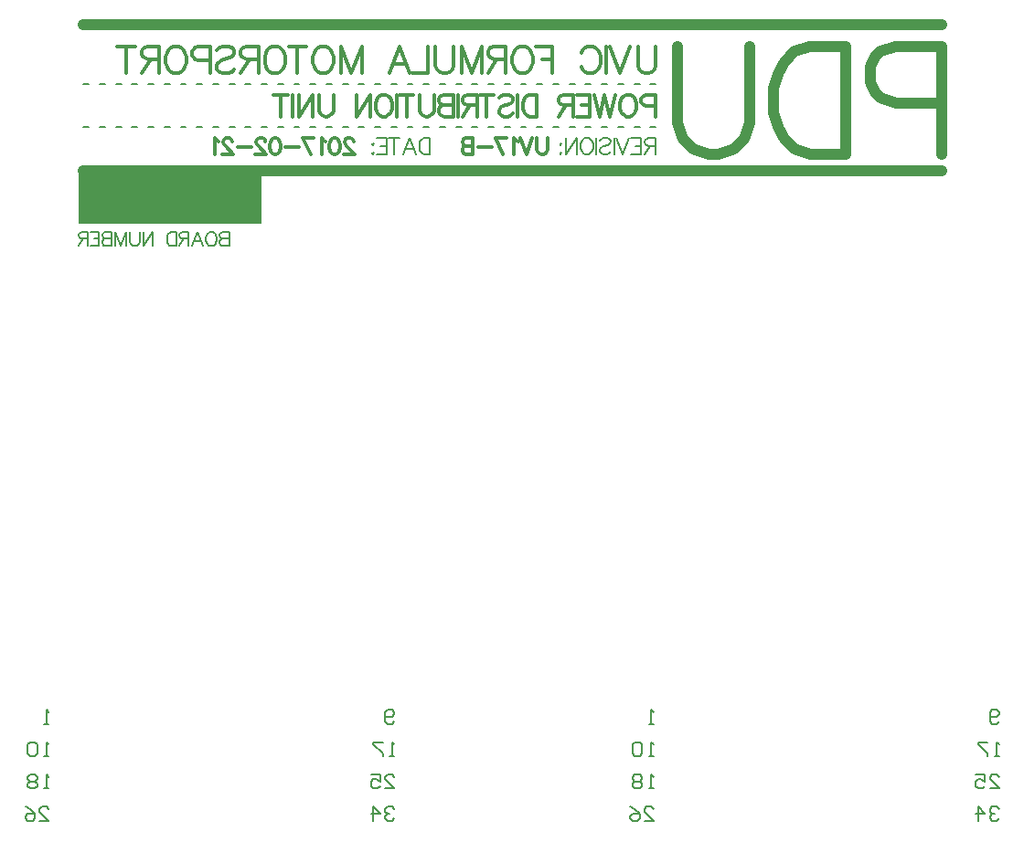
<source format=gbo>
G04 Layer_Color=32896*
%FSLAX25Y25*%
%MOIN*%
G70*
G01*
G75*
%ADD47C,0.00787*%
%ADD51C,0.01181*%
%ADD52C,0.03937*%
%ADD126R,0.66929X0.19685*%
D47*
X305906Y296457D02*
X307874D01*
X300000D02*
X301969D01*
X288189D02*
X290158D01*
X294094D02*
X296063D01*
X300000D02*
X301969D01*
X294094D02*
X296063D01*
X305906D02*
X307874D01*
X276378D02*
X278346D01*
X270472D02*
X272441D01*
X282283D02*
X284252D01*
X258661D02*
X260630D01*
X252756D02*
X254724D01*
X264567D02*
X266535D01*
X211417D02*
X213386D01*
X199606D02*
X201575D01*
X205512D02*
X207480D01*
X229134D02*
X231102D01*
X217323D02*
X219291D01*
X223228D02*
X225197D01*
X240945D02*
X242913D01*
X235039D02*
X237008D01*
X246850D02*
X248819D01*
X158268D02*
X160236D01*
X146457D02*
X148425D01*
X152362D02*
X154331D01*
X175984D02*
X177953D01*
X164173D02*
X166142D01*
X170079D02*
X172047D01*
X187795D02*
X189764D01*
X181890D02*
X183858D01*
X193701D02*
X195669D01*
X105118D02*
X107087D01*
X99213D02*
X101181D01*
X122835D02*
X124803D01*
X111024D02*
X112992D01*
X116929D02*
X118898D01*
X134646D02*
X136614D01*
X128740D02*
X130709D01*
X140551D02*
X142520D01*
X140551Y312205D02*
X142520D01*
X128740D02*
X130709D01*
X134646D02*
X136614D01*
X116929D02*
X118898D01*
X111024D02*
X112992D01*
X122835D02*
X124803D01*
X99213D02*
X101181D01*
X105118D02*
X107087D01*
X193701D02*
X195669D01*
X181890D02*
X183858D01*
X187795D02*
X189764D01*
X170079D02*
X172047D01*
X164173D02*
X166142D01*
X175984D02*
X177953D01*
X152362D02*
X154331D01*
X146457D02*
X148425D01*
X158268D02*
X160236D01*
X246850D02*
X248819D01*
X235039D02*
X237008D01*
X240945D02*
X242913D01*
X223228D02*
X225197D01*
X217323D02*
X219291D01*
X229134D02*
X231102D01*
X205512D02*
X207480D01*
X199606D02*
X201575D01*
X211417D02*
X213386D01*
X264567D02*
X266535D01*
X252756D02*
X254724D01*
X258661D02*
X260630D01*
X282283D02*
X284252D01*
X270472D02*
X272441D01*
X276378D02*
X278346D01*
X305906D02*
X307874D01*
X294094D02*
X296063D01*
X300000D02*
X301969D01*
X294094D02*
X296063D01*
X288189D02*
X290158D01*
X300000D02*
X301969D01*
X305906D02*
X307874D01*
X433071Y79593D02*
X432218Y78740D01*
X430513D01*
X429660Y79593D01*
Y83004D01*
X430513Y83857D01*
X432218D01*
X433071Y83004D01*
Y82151D01*
X432218Y81298D01*
X429660D01*
X433071Y66929D02*
X431365D01*
X432218D01*
Y72046D01*
X433071Y71193D01*
X428807Y72046D02*
X425396D01*
Y71193D01*
X428807Y67782D01*
Y66929D01*
X429660Y55118D02*
X433071D01*
X429660Y58529D01*
Y59382D01*
X430513Y60235D01*
X432218D01*
X433071Y59382D01*
X424543Y60235D02*
X427954D01*
Y57676D01*
X426249Y58529D01*
X425396D01*
X424543Y57676D01*
Y55971D01*
X425396Y55118D01*
X427102D01*
X427954Y55971D01*
X433071Y47571D02*
X432218Y48424D01*
X430513D01*
X429660Y47571D01*
Y46718D01*
X430513Y45865D01*
X431365D01*
X430513D01*
X429660Y45013D01*
Y44160D01*
X430513Y43307D01*
X432218D01*
X433071Y44160D01*
X425396Y43307D02*
Y48424D01*
X427954Y45865D01*
X424543D01*
X303676Y43307D02*
X307087D01*
X303676Y46718D01*
Y47571D01*
X304528Y48424D01*
X306234D01*
X307087Y47571D01*
X298559Y48424D02*
X300265Y47571D01*
X301970Y45865D01*
Y44160D01*
X301117Y43307D01*
X299412D01*
X298559Y44160D01*
Y45013D01*
X299412Y45865D01*
X301970D01*
X307087Y55118D02*
X305381D01*
X306234D01*
Y60235D01*
X307087Y59382D01*
X302823D02*
X301970Y60235D01*
X300265D01*
X299412Y59382D01*
Y58529D01*
X300265Y57676D01*
X299412Y56824D01*
Y55971D01*
X300265Y55118D01*
X301970D01*
X302823Y55971D01*
Y56824D01*
X301970Y57676D01*
X302823Y58529D01*
Y59382D01*
X301970Y57676D02*
X300265D01*
X307087Y66929D02*
X305381D01*
X306234D01*
Y72046D01*
X307087Y71193D01*
X302823D02*
X301970Y72046D01*
X300265D01*
X299412Y71193D01*
Y67782D01*
X300265Y66929D01*
X301970D01*
X302823Y67782D01*
Y71193D01*
X307087Y78740D02*
X305381D01*
X306234D01*
Y83857D01*
X307087Y83004D01*
X86614Y78740D02*
X84909D01*
X85761D01*
Y83857D01*
X86614Y83004D01*
Y66929D02*
X84909D01*
X85761D01*
Y72046D01*
X86614Y71193D01*
X82350D02*
X81498Y72046D01*
X79792D01*
X78940Y71193D01*
Y67782D01*
X79792Y66929D01*
X81498D01*
X82350Y67782D01*
Y71193D01*
X86614Y55118D02*
X84909D01*
X85761D01*
Y60235D01*
X86614Y59382D01*
X82350D02*
X81498Y60235D01*
X79792D01*
X78940Y59382D01*
Y58529D01*
X79792Y57676D01*
X78940Y56824D01*
Y55971D01*
X79792Y55118D01*
X81498D01*
X82350Y55971D01*
Y56824D01*
X81498Y57676D01*
X82350Y58529D01*
Y59382D01*
X81498Y57676D02*
X79792D01*
X83203Y43307D02*
X86614D01*
X83203Y46718D01*
Y47571D01*
X84056Y48424D01*
X85761D01*
X86614Y47571D01*
X78087Y48424D02*
X79792Y47571D01*
X81498Y45865D01*
Y44160D01*
X80645Y43307D01*
X78939D01*
X78087Y44160D01*
Y45013D01*
X78939Y45865D01*
X81498D01*
X212598Y47571D02*
X211746Y48424D01*
X210040D01*
X209188Y47571D01*
Y46718D01*
X210040Y45865D01*
X210893D01*
X210040D01*
X209188Y45013D01*
Y44160D01*
X210040Y43307D01*
X211746D01*
X212598Y44160D01*
X204924Y43307D02*
Y48424D01*
X207482Y45865D01*
X204071D01*
X209188Y55118D02*
X212598D01*
X209188Y58529D01*
Y59382D01*
X210040Y60235D01*
X211746D01*
X212598Y59382D01*
X204071Y60235D02*
X207482D01*
Y57676D01*
X205777Y58529D01*
X204924D01*
X204071Y57676D01*
Y55971D01*
X204924Y55118D01*
X206629D01*
X207482Y55971D01*
X212598Y66929D02*
X210893D01*
X211746D01*
Y72046D01*
X212598Y71193D01*
X208335Y72046D02*
X204924D01*
Y71193D01*
X208335Y67782D01*
Y66929D01*
X212598Y79593D02*
X211746Y78740D01*
X210040D01*
X209188Y79593D01*
Y83004D01*
X210040Y83857D01*
X211746D01*
X212598Y83004D01*
Y82151D01*
X211746Y81298D01*
X209188D01*
X152362Y258267D02*
Y253150D01*
Y258267D02*
X150169D01*
X149438Y258023D01*
X149195Y257779D01*
X148951Y257292D01*
Y256805D01*
X149195Y256317D01*
X149438Y256074D01*
X150169Y255830D01*
X152362D02*
X150169D01*
X149438Y255586D01*
X149195Y255343D01*
X148951Y254855D01*
Y254124D01*
X149195Y253637D01*
X149438Y253393D01*
X150169Y253150D01*
X152362D01*
X146344Y258267D02*
X146831Y258023D01*
X147318Y257536D01*
X147562Y257048D01*
X147806Y256317D01*
Y255099D01*
X147562Y254368D01*
X147318Y253881D01*
X146831Y253393D01*
X146344Y253150D01*
X145369D01*
X144882Y253393D01*
X144394Y253881D01*
X144151Y254368D01*
X143907Y255099D01*
Y256317D01*
X144151Y257048D01*
X144394Y257536D01*
X144882Y258023D01*
X145369Y258267D01*
X146344D01*
X138814Y253150D02*
X140764Y258267D01*
X142713Y253150D01*
X141982Y254855D02*
X139545D01*
X137620Y258267D02*
Y253150D01*
Y258267D02*
X135427D01*
X134696Y258023D01*
X134453Y257779D01*
X134209Y257292D01*
Y256805D01*
X134453Y256317D01*
X134696Y256074D01*
X135427Y255830D01*
X137620D01*
X135915D02*
X134209Y253150D01*
X133064Y258267D02*
Y253150D01*
Y258267D02*
X131358D01*
X130627Y258023D01*
X130140Y257536D01*
X129896Y257048D01*
X129652Y256317D01*
Y255099D01*
X129896Y254368D01*
X130140Y253881D01*
X130627Y253393D01*
X131358Y253150D01*
X133064D01*
X124487Y258267D02*
Y253150D01*
Y258267D02*
X121075Y253150D01*
Y258267D02*
Y253150D01*
X119662Y258267D02*
Y254612D01*
X119418Y253881D01*
X118931Y253393D01*
X118200Y253150D01*
X117713D01*
X116982Y253393D01*
X116494Y253881D01*
X116251Y254612D01*
Y258267D01*
X114837D02*
Y253150D01*
Y258267D02*
X112888Y253150D01*
X110939Y258267D02*
X112888Y253150D01*
X110939Y258267D02*
Y253150D01*
X109477Y258267D02*
Y253150D01*
Y258267D02*
X107284D01*
X106553Y258023D01*
X106309Y257779D01*
X106065Y257292D01*
Y256805D01*
X106309Y256317D01*
X106553Y256074D01*
X107284Y255830D01*
X109477D02*
X107284D01*
X106553Y255586D01*
X106309Y255343D01*
X106065Y254855D01*
Y254124D01*
X106309Y253637D01*
X106553Y253393D01*
X107284Y253150D01*
X109477D01*
X101752Y258267D02*
X104920D01*
Y253150D01*
X101752D01*
X104920Y255830D02*
X102971D01*
X100900Y258267D02*
Y253150D01*
Y258267D02*
X98707D01*
X97976Y258023D01*
X97732Y257779D01*
X97488Y257292D01*
Y256805D01*
X97732Y256317D01*
X97976Y256074D01*
X98707Y255830D01*
X100900D01*
X99194D02*
X97488Y253150D01*
X225590Y292518D02*
Y286614D01*
Y292518D02*
X223622D01*
X222779Y292237D01*
X222217Y291675D01*
X221936Y291113D01*
X221654Y290269D01*
Y288863D01*
X221936Y288020D01*
X222217Y287458D01*
X222779Y286895D01*
X223622Y286614D01*
X225590D01*
X215834D02*
X218084Y292518D01*
X220333Y286614D01*
X219490Y288582D02*
X216678D01*
X212489Y292518D02*
Y286614D01*
X214457Y292518D02*
X210521D01*
X206163D02*
X209818D01*
Y286614D01*
X206163D01*
X209818Y289707D02*
X207569D01*
X204898Y290550D02*
X205179Y290269D01*
X204898Y289988D01*
X204616Y290269D01*
X204898Y290550D01*
Y287176D02*
X205179Y286895D01*
X204898Y286614D01*
X204616Y286895D01*
X204898Y287176D01*
X307874Y292518D02*
Y286614D01*
Y292518D02*
X305344D01*
X304500Y292237D01*
X304219Y291956D01*
X303938Y291394D01*
Y290831D01*
X304219Y290269D01*
X304500Y289988D01*
X305344Y289707D01*
X307874D01*
X305906D02*
X303938Y286614D01*
X298961Y292518D02*
X302616D01*
Y286614D01*
X298961D01*
X302616Y289707D02*
X300367D01*
X297977Y292518D02*
X295728Y286614D01*
X293479Y292518D02*
X295728Y286614D01*
X292720Y292518D02*
Y286614D01*
X287546Y291675D02*
X288109Y292237D01*
X288952Y292518D01*
X290077D01*
X290920Y292237D01*
X291483Y291675D01*
Y291113D01*
X291202Y290550D01*
X290920Y290269D01*
X290358Y289988D01*
X288671Y289426D01*
X288109Y289145D01*
X287828Y288863D01*
X287546Y288301D01*
Y287458D01*
X288109Y286895D01*
X288952Y286614D01*
X290077D01*
X290920Y286895D01*
X291483Y287458D01*
X286225Y292518D02*
Y286614D01*
X283301Y292518D02*
X283863Y292237D01*
X284426Y291675D01*
X284707Y291113D01*
X284988Y290269D01*
Y288863D01*
X284707Y288020D01*
X284426Y287458D01*
X283863Y286895D01*
X283301Y286614D01*
X282176D01*
X281614Y286895D01*
X281052Y287458D01*
X280771Y288020D01*
X280490Y288863D01*
Y290269D01*
X280771Y291113D01*
X281052Y291675D01*
X281614Y292237D01*
X282176Y292518D01*
X283301D01*
X279112D02*
Y286614D01*
Y292518D02*
X275176Y286614D01*
Y292518D02*
Y286614D01*
X273264Y290550D02*
X273545Y290269D01*
X273264Y289988D01*
X272983Y290269D01*
X273264Y290550D01*
Y287176D02*
X273545Y286895D01*
X273264Y286614D01*
X272983Y286895D01*
X273264Y287176D01*
D51*
X197750Y291113D02*
Y291394D01*
X197469Y291956D01*
X197188Y292237D01*
X196626Y292518D01*
X195501D01*
X194939Y292237D01*
X194658Y291956D01*
X194377Y291394D01*
Y290831D01*
X194658Y290269D01*
X195220Y289426D01*
X198031Y286614D01*
X194095D01*
X191087Y292518D02*
X191930Y292237D01*
X192493Y291394D01*
X192774Y289988D01*
Y289145D01*
X192493Y287739D01*
X191930Y286895D01*
X191087Y286614D01*
X190525D01*
X189681Y286895D01*
X189119Y287739D01*
X188838Y289145D01*
Y289988D01*
X189119Y291394D01*
X189681Y292237D01*
X190525Y292518D01*
X191087D01*
X187516Y291394D02*
X186954Y291675D01*
X186110Y292518D01*
Y286614D01*
X179250Y292518D02*
X182062Y286614D01*
X183186Y292518D02*
X179250D01*
X177929Y289145D02*
X172868D01*
X169438Y292518D02*
X170282Y292237D01*
X170844Y291394D01*
X171125Y289988D01*
Y289145D01*
X170844Y287739D01*
X170282Y286895D01*
X169438Y286614D01*
X168876D01*
X168032Y286895D01*
X167470Y287739D01*
X167189Y289145D01*
Y289988D01*
X167470Y291394D01*
X168032Y292237D01*
X168876Y292518D01*
X169438D01*
X165586Y291113D02*
Y291394D01*
X165305Y291956D01*
X165024Y292237D01*
X164462Y292518D01*
X163337D01*
X162775Y292237D01*
X162494Y291956D01*
X162212Y291394D01*
Y290831D01*
X162494Y290269D01*
X163056Y289426D01*
X165867Y286614D01*
X161931D01*
X160610Y289145D02*
X155549D01*
X153525Y291113D02*
Y291394D01*
X153244Y291956D01*
X152962Y292237D01*
X152400Y292518D01*
X151276D01*
X150713Y292237D01*
X150432Y291956D01*
X150151Y291394D01*
Y290831D01*
X150432Y290269D01*
X150994Y289426D01*
X153806Y286614D01*
X149870D01*
X148548Y291394D02*
X147986Y291675D01*
X147143Y292518D01*
Y286614D01*
X268504Y292518D02*
Y288301D01*
X268223Y287458D01*
X267660Y286895D01*
X266817Y286614D01*
X266255D01*
X265411Y286895D01*
X264849Y287458D01*
X264568Y288301D01*
Y292518D01*
X262937D02*
X260688Y286614D01*
X258439Y292518D02*
X260688Y286614D01*
X257680Y291394D02*
X257117Y291675D01*
X256274Y292518D01*
Y286614D01*
X249413Y292518D02*
X252225Y286614D01*
X253350Y292518D02*
X249413D01*
X248092Y289145D02*
X243031D01*
X241288Y292518D02*
Y286614D01*
Y292518D02*
X238758D01*
X237914Y292237D01*
X237633Y291956D01*
X237352Y291394D01*
Y290831D01*
X237633Y290269D01*
X237914Y289988D01*
X238758Y289707D01*
X241288D02*
X238758D01*
X237914Y289426D01*
X237633Y289145D01*
X237352Y288582D01*
Y287739D01*
X237633Y287176D01*
X237914Y286895D01*
X238758Y286614D01*
X241288D01*
X307874Y304142D02*
X304500D01*
X303376Y304517D01*
X303001Y304892D01*
X302626Y305642D01*
Y306767D01*
X303001Y307516D01*
X303376Y307891D01*
X304500Y308266D01*
X307874D01*
Y300394D01*
X298615Y308266D02*
X299364Y307891D01*
X300114Y307141D01*
X300489Y306392D01*
X300864Y305267D01*
Y303393D01*
X300489Y302268D01*
X300114Y301518D01*
X299364Y300769D01*
X298615Y300394D01*
X297115D01*
X296365Y300769D01*
X295616Y301518D01*
X295241Y302268D01*
X294866Y303393D01*
Y305267D01*
X295241Y306392D01*
X295616Y307141D01*
X296365Y307891D01*
X297115Y308266D01*
X298615D01*
X293029D02*
X291155Y300394D01*
X289280Y308266D02*
X291155Y300394D01*
X289280Y308266D02*
X287406Y300394D01*
X285532Y308266D02*
X287406Y300394D01*
X279084Y308266D02*
X283957D01*
Y300394D01*
X279084D01*
X283957Y304517D02*
X280958D01*
X277772Y308266D02*
Y300394D01*
Y308266D02*
X274398D01*
X273273Y307891D01*
X272898Y307516D01*
X272523Y306767D01*
Y306017D01*
X272898Y305267D01*
X273273Y304892D01*
X274398Y304517D01*
X277772D01*
X275148D02*
X272523Y300394D01*
X264576Y308266D02*
Y300394D01*
Y308266D02*
X261952D01*
X260827Y307891D01*
X260078Y307141D01*
X259703Y306392D01*
X259328Y305267D01*
Y303393D01*
X259703Y302268D01*
X260078Y301518D01*
X260827Y300769D01*
X261952Y300394D01*
X264576D01*
X257566Y308266D02*
Y300394D01*
X250668Y307141D02*
X251418Y307891D01*
X252543Y308266D01*
X254042D01*
X255167Y307891D01*
X255917Y307141D01*
Y306392D01*
X255542Y305642D01*
X255167Y305267D01*
X254417Y304892D01*
X252168Y304142D01*
X251418Y303768D01*
X251043Y303393D01*
X250668Y302643D01*
Y301518D01*
X251418Y300769D01*
X252543Y300394D01*
X254042D01*
X255167Y300769D01*
X255917Y301518D01*
X246282Y308266D02*
Y300394D01*
X248906Y308266D02*
X243658D01*
X242721D02*
Y300394D01*
Y308266D02*
X239347D01*
X238223Y307891D01*
X237848Y307516D01*
X237473Y306767D01*
Y306017D01*
X237848Y305267D01*
X238223Y304892D01*
X239347Y304517D01*
X242721D01*
X240097D02*
X237473Y300394D01*
X235711Y308266D02*
Y300394D01*
X234062Y308266D02*
Y300394D01*
Y308266D02*
X230688D01*
X229563Y307891D01*
X229188Y307516D01*
X228813Y306767D01*
Y306017D01*
X229188Y305267D01*
X229563Y304892D01*
X230688Y304517D01*
X234062D02*
X230688D01*
X229563Y304142D01*
X229188Y303768D01*
X228813Y303018D01*
Y301893D01*
X229188Y301144D01*
X229563Y300769D01*
X230688Y300394D01*
X234062D01*
X227051Y308266D02*
Y302643D01*
X226677Y301518D01*
X225927Y300769D01*
X224802Y300394D01*
X224052D01*
X222928Y300769D01*
X222178Y301518D01*
X221803Y302643D01*
Y308266D01*
X217005D02*
Y300394D01*
X219629Y308266D02*
X214381D01*
X213443D02*
Y300394D01*
X209545Y308266D02*
X210295Y307891D01*
X211044Y307141D01*
X211419Y306392D01*
X211794Y305267D01*
Y303393D01*
X211419Y302268D01*
X211044Y301518D01*
X210295Y300769D01*
X209545Y300394D01*
X208045D01*
X207296Y300769D01*
X206546Y301518D01*
X206171Y302268D01*
X205796Y303393D01*
Y305267D01*
X206171Y306392D01*
X206546Y307141D01*
X207296Y307891D01*
X208045Y308266D01*
X209545D01*
X203959D02*
Y300394D01*
Y308266D02*
X198711Y300394D01*
Y308266D02*
Y300394D01*
X190351Y308266D02*
Y302643D01*
X189976Y301518D01*
X189227Y300769D01*
X188102Y300394D01*
X187352D01*
X186228Y300769D01*
X185478Y301518D01*
X185103Y302643D01*
Y308266D01*
X182929D02*
Y300394D01*
Y308266D02*
X177681Y300394D01*
Y308266D02*
Y300394D01*
X175506Y308266D02*
Y300394D01*
X171233Y308266D02*
Y300394D01*
X173857Y308266D02*
X168609D01*
X307874Y325982D02*
Y318953D01*
X307405Y317547D01*
X306468Y316610D01*
X305063Y316142D01*
X304125D01*
X302719Y316610D01*
X301782Y317547D01*
X301314Y318953D01*
Y325982D01*
X298596D02*
X294847Y316142D01*
X291098Y325982D02*
X294847Y316142D01*
X289833Y325982D02*
Y316142D01*
X280743Y323639D02*
X281211Y324576D01*
X282148Y325514D01*
X283086Y325982D01*
X284960D01*
X285897Y325514D01*
X286834Y324576D01*
X287303Y323639D01*
X287772Y322233D01*
Y319890D01*
X287303Y318485D01*
X286834Y317547D01*
X285897Y316610D01*
X284960Y316142D01*
X283086D01*
X282148Y316610D01*
X281211Y317547D01*
X280743Y318485D01*
X270246Y325982D02*
Y316142D01*
Y325982D02*
X264155D01*
X270246Y321296D02*
X266497D01*
X260218Y325982D02*
X261156Y325514D01*
X262093Y324576D01*
X262561Y323639D01*
X263030Y322233D01*
Y319890D01*
X262561Y318485D01*
X262093Y317547D01*
X261156Y316610D01*
X260218Y316142D01*
X258344D01*
X257407Y316610D01*
X256470Y317547D01*
X256001Y318485D01*
X255532Y319890D01*
Y322233D01*
X256001Y323639D01*
X256470Y324576D01*
X257407Y325514D01*
X258344Y325982D01*
X260218D01*
X253236D02*
Y316142D01*
Y325982D02*
X249019D01*
X247613Y325514D01*
X247145Y325045D01*
X246676Y324108D01*
Y323171D01*
X247145Y322233D01*
X247613Y321765D01*
X249019Y321296D01*
X253236D01*
X249956D02*
X246676Y316142D01*
X244474Y325982D02*
Y316142D01*
Y325982D02*
X240725Y316142D01*
X236976Y325982D02*
X240725Y316142D01*
X236976Y325982D02*
Y316142D01*
X234165Y325982D02*
Y318953D01*
X233696Y317547D01*
X232759Y316610D01*
X231353Y316142D01*
X230416D01*
X229010Y316610D01*
X228073Y317547D01*
X227604Y318953D01*
Y325982D01*
X224887D02*
Y316142D01*
X219264D01*
X210688D02*
X214437Y325982D01*
X218186Y316142D01*
X216780Y319422D02*
X212094D01*
X200660Y325982D02*
Y316142D01*
Y325982D02*
X196912Y316142D01*
X193163Y325982D02*
X196912Y316142D01*
X193163Y325982D02*
Y316142D01*
X187540Y325982D02*
X188477Y325514D01*
X189414Y324576D01*
X189883Y323639D01*
X190351Y322233D01*
Y319890D01*
X189883Y318485D01*
X189414Y317547D01*
X188477Y316610D01*
X187540Y316142D01*
X185666D01*
X184728Y316610D01*
X183791Y317547D01*
X183323Y318485D01*
X182854Y319890D01*
Y322233D01*
X183323Y323639D01*
X183791Y324576D01*
X184728Y325514D01*
X185666Y325982D01*
X187540D01*
X177278D02*
Y316142D01*
X180558Y325982D02*
X173998D01*
X170015D02*
X170952Y325514D01*
X171889Y324576D01*
X172357Y323639D01*
X172826Y322233D01*
Y319890D01*
X172357Y318485D01*
X171889Y317547D01*
X170952Y316610D01*
X170015Y316142D01*
X168140D01*
X167203Y316610D01*
X166266Y317547D01*
X165797Y318485D01*
X165329Y319890D01*
Y322233D01*
X165797Y323639D01*
X166266Y324576D01*
X167203Y325514D01*
X168140Y325982D01*
X170015D01*
X163033D02*
Y316142D01*
Y325982D02*
X158815D01*
X157410Y325514D01*
X156941Y325045D01*
X156472Y324108D01*
Y323171D01*
X156941Y322233D01*
X157410Y321765D01*
X158815Y321296D01*
X163033D01*
X159752D02*
X156472Y316142D01*
X147710Y324576D02*
X148647Y325514D01*
X150053Y325982D01*
X151927D01*
X153333Y325514D01*
X154270Y324576D01*
Y323639D01*
X153801Y322702D01*
X153333Y322233D01*
X152396Y321765D01*
X149584Y320828D01*
X148647Y320359D01*
X148178Y319890D01*
X147710Y318953D01*
Y317547D01*
X148647Y316610D01*
X150053Y316142D01*
X151927D01*
X153333Y316610D01*
X154270Y317547D01*
X145507Y320828D02*
X141290D01*
X139884Y321296D01*
X139416Y321765D01*
X138947Y322702D01*
Y324108D01*
X139416Y325045D01*
X139884Y325514D01*
X141290Y325982D01*
X145507D01*
Y316142D01*
X133933Y325982D02*
X134870Y325514D01*
X135807Y324576D01*
X136276Y323639D01*
X136745Y322233D01*
Y319890D01*
X136276Y318485D01*
X135807Y317547D01*
X134870Y316610D01*
X133933Y316142D01*
X132059D01*
X131122Y316610D01*
X130184Y317547D01*
X129716Y318485D01*
X129247Y319890D01*
Y322233D01*
X129716Y323639D01*
X130184Y324576D01*
X131122Y325514D01*
X132059Y325982D01*
X133933D01*
X126951D02*
Y316142D01*
Y325982D02*
X122734D01*
X121328Y325514D01*
X120859Y325045D01*
X120391Y324108D01*
Y323171D01*
X120859Y322233D01*
X121328Y321765D01*
X122734Y321296D01*
X126951D01*
X123671D02*
X120391Y316142D01*
X114908Y325982D02*
Y316142D01*
X118188Y325982D02*
X111628D01*
D52*
X99213Y280709D02*
X412205D01*
X99213Y333858D02*
X412205D01*
Y305358D02*
X395335D01*
X389712Y307232D01*
X387838Y309107D01*
X385964Y312855D01*
Y318478D01*
X387838Y322227D01*
X389712Y324101D01*
X395335Y325976D01*
X412205D01*
Y286614D01*
X377154Y325976D02*
Y286614D01*
Y325976D02*
X364034D01*
X358411Y324101D01*
X354662Y320353D01*
X352787Y316604D01*
X350913Y310981D01*
Y301609D01*
X352787Y295986D01*
X354662Y292237D01*
X358411Y288489D01*
X364034Y286614D01*
X377154D01*
X342104Y325976D02*
Y297860D01*
X340229Y292237D01*
X336480Y288489D01*
X330857Y286614D01*
X327109D01*
X321485Y288489D01*
X317737Y292237D01*
X315862Y297860D01*
Y325976D01*
D126*
X130709Y270866D02*
D03*
M02*

</source>
